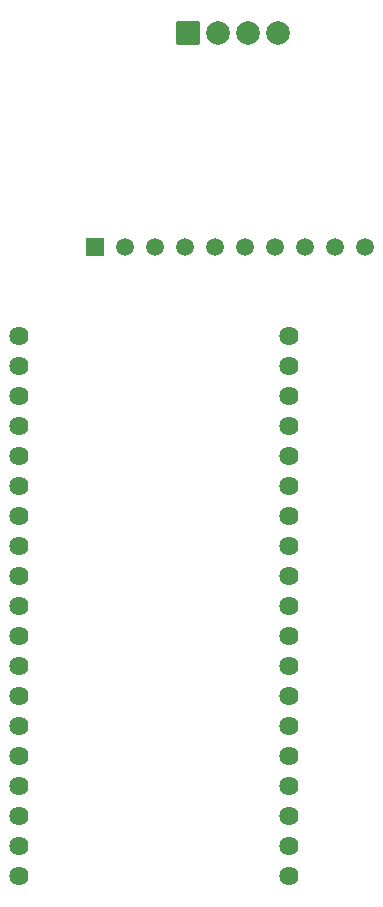
<source format=gbs>
G04 Layer: BottomSolderMaskLayer*
G04 EasyEDA v6.5.51, 2025-10-07 15:43:34*
G04 065a6221327546c7852400a8f05eee82,a6cf4550276c400b965b925ba5ea59c0,10*
G04 Gerber Generator version 0.2*
G04 Scale: 100 percent, Rotated: No, Reflected: No *
G04 Dimensions in millimeters *
G04 leading zeros omitted , absolute positions ,4 integer and 5 decimal *
%FSLAX45Y45*%
%MOMM*%

%AMMACRO1*4,1,8,-0.9421,-1.0015,-1.0015,-0.9418,-1.0015,0.9421,-0.9421,1.0015,0.9418,1.0015,1.0015,0.9421,1.0015,-0.9418,0.9418,-1.0015,-0.9421,-1.0015,0*%
%AMMACRO2*4,1,8,-0.7209,-0.7506,-0.7506,-0.7206,-0.7506,0.7209,-0.7209,0.7506,0.7206,0.7506,0.7506,0.7209,0.7506,-0.7206,0.7206,-0.7506,-0.7209,-0.7506,0*%
%ADD10C,2.0032*%
%ADD11MACRO1*%
%ADD12C,1.6256*%
%ADD13MACRO2*%
%ADD14C,1.5011*%
%ADD15C,0.0155*%

%LPD*%
D10*
G01*
X3810000Y-939672D03*
G01*
X3556000Y-939672D03*
G01*
X3302000Y-939672D03*
D11*
G01*
X3048000Y-939926D03*
D12*
G01*
X1612900Y-8077200D03*
G01*
X1612900Y-7823200D03*
G01*
X1612900Y-7569200D03*
G01*
X1612900Y-7315200D03*
G01*
X1612900Y-7061200D03*
G01*
X1612900Y-6807200D03*
G01*
X1612900Y-6553200D03*
G01*
X1612900Y-6299200D03*
G01*
X1612900Y-6045200D03*
G01*
X1612900Y-5791200D03*
G01*
X1612900Y-5537200D03*
G01*
X1612900Y-5283200D03*
G01*
X1612900Y-5029200D03*
G01*
X1612900Y-4775200D03*
G01*
X1612900Y-4521200D03*
G01*
X1612900Y-4267200D03*
G01*
X1612900Y-4013200D03*
G01*
X1612900Y-3759200D03*
G01*
X1612900Y-3505200D03*
G01*
X3898900Y-3505200D03*
G01*
X3898900Y-3759200D03*
G01*
X3898900Y-4013200D03*
G01*
X3898900Y-4267200D03*
G01*
X3898900Y-4521200D03*
G01*
X3898900Y-4775200D03*
G01*
X3898900Y-5029200D03*
G01*
X3898900Y-5283200D03*
G01*
X3898900Y-5537200D03*
G01*
X3898900Y-5791200D03*
G01*
X3898900Y-6045200D03*
G01*
X3898900Y-6299200D03*
G01*
X3898900Y-6553200D03*
G01*
X3898900Y-6807200D03*
G01*
X3898900Y-7061200D03*
G01*
X3898900Y-7315200D03*
G01*
X3898900Y-7569200D03*
G01*
X3898900Y-7823200D03*
G01*
X3898900Y-8077200D03*
D13*
G01*
X2260600Y-2755900D03*
D14*
G01*
X2514600Y-2755900D03*
G01*
X2768600Y-2755900D03*
G01*
X3022600Y-2755900D03*
G01*
X3276600Y-2755900D03*
G01*
X3530600Y-2755900D03*
G01*
X3784600Y-2755900D03*
G01*
X4038600Y-2755900D03*
G01*
X4292600Y-2755900D03*
G01*
X4546600Y-2755900D03*
M02*

</source>
